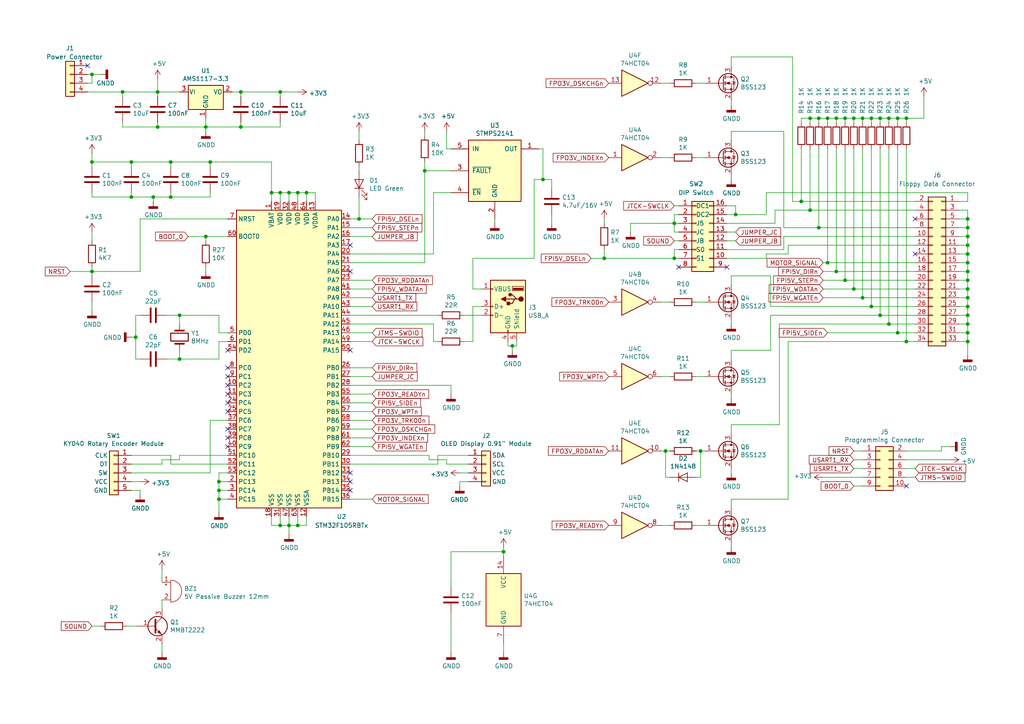
<source format=kicad_sch>
(kicad_sch (version 20211123) (generator eeschema)
  (paper "A4")
  (title_block (title "Gotek Floppy Disk Emulator V2") (date "2020-10-28") (company "Richi"))
  (junction (at 237.49 66.04))
  (junction (at 45.72 26.67))
  (junction (at 280.67 66.04))
  (junction (at 49.53 46.99))
  (junction (at 52.07 91.44))
  (junction (at 81.28 55.88))
  (junction (at 252.73 88.9))
  (junction (at 86.36 152.4))
  (junction (at 242.57 78.74))
  (junction (at 69.85 36.83))
  (junction (at 262.89 99.06))
  (junction (at 247.65 83.82))
  (junction (at 280.67 86.36))
  (junction (at 237.49 34.29))
  (junction (at 26.67 46.99))
  (junction (at 234.95 60.96))
  (junction (at 260.35 96.52))
  (junction (at 60.96 46.99))
  (junction (at 39.37 97.79))
  (junction (at 280.67 83.82))
  (junction (at 193.04 130.81))
  (junction (at 104.14 63.5))
  (junction (at 260.35 34.29))
  (junction (at 280.67 71.12))
  (junction (at 252.73 34.29))
  (junction (at 280.67 99.06))
  (junction (at 203.2 130.81))
  (junction (at 213.36 62.23))
  (junction (at 245.11 34.29))
  (junction (at 81.28 26.67))
  (junction (at 280.67 68.58))
  (junction (at 45.72 36.83))
  (junction (at 38.1 57.15))
  (junction (at 26.67 21.59))
  (junction (at 88.9 55.88))
  (junction (at 250.19 34.29))
  (junction (at 240.03 34.29))
  (junction (at 232.41 58.42))
  (junction (at 262.89 34.29))
  (junction (at 255.27 34.29))
  (junction (at 175.26 74.93))
  (junction (at 195.58 74.93))
  (junction (at 257.81 93.98))
  (junction (at 247.65 34.29))
  (junction (at 81.28 152.4))
  (junction (at 26.67 78.74))
  (junction (at 280.67 88.9))
  (junction (at 242.57 34.29))
  (junction (at 35.56 26.67))
  (junction (at 69.85 26.67))
  (junction (at 280.67 63.5))
  (junction (at 280.67 73.66))
  (junction (at 148.59 100.33))
  (junction (at 234.95 34.29))
  (junction (at 83.82 55.88))
  (junction (at 59.69 68.58))
  (junction (at 86.36 55.88))
  (junction (at 123.19 49.53))
  (junction (at 255.27 91.44))
  (junction (at 280.67 96.52))
  (junction (at 49.53 57.15))
  (junction (at 63.5 144.78))
  (junction (at 280.67 91.44))
  (junction (at 245.11 81.28))
  (junction (at 52.07 104.14))
  (junction (at 195.58 64.77))
  (junction (at 240.03 76.2))
  (junction (at 257.81 34.29))
  (junction (at 83.82 152.4))
  (junction (at 280.67 78.74))
  (junction (at 63.5 139.7))
  (junction (at 280.67 81.28))
  (junction (at 78.74 55.88))
  (junction (at 280.67 76.2))
  (junction (at 44.45 57.15))
  (junction (at 63.5 142.24))
  (junction (at 250.19 86.36))
  (junction (at 59.69 36.83))
  (junction (at 38.1 46.99))
  (junction (at 146.05 160.02))
  (junction (at 280.67 93.98))
  (junction (at 157.48 52.07))
  (no_connect (at 262.89 140.97))
  (no_connect (at 66.04 106.68))
  (no_connect (at 101.6 101.6))
  (no_connect (at 66.04 119.38))
  (no_connect (at 101.6 71.12))
  (no_connect (at 66.04 101.6))
  (no_connect (at 25.4 19.05))
  (no_connect (at 66.04 124.46))
  (no_connect (at 66.04 109.22))
  (no_connect (at 210.82 77.47))
  (no_connect (at 66.04 127))
  (no_connect (at 265.43 63.5))
  (no_connect (at 101.6 139.7))
  (no_connect (at 66.04 129.54))
  (no_connect (at 101.6 137.16))
  (no_connect (at 101.6 78.74))
  (no_connect (at 66.04 116.84))
  (no_connect (at 265.43 73.66))
  (no_connect (at 196.85 77.47))
  (no_connect (at 66.04 114.3))
  (no_connect (at 101.6 142.24))
  (no_connect (at 66.04 111.76))
  (wire (pts (xy 107.95 124.46) (xy 101.6 124.46)))
  (wire (pts (xy 39.37 91.44) (xy 39.37 97.79)))
  (wire (pts (xy 86.36 26.67) (xy 81.28 26.67)))
  (wire (pts (xy 278.13 73.66) (xy 280.67 73.66)))
  (wire (pts (xy 223.52 80.01) (xy 223.52 88.9)))
  (wire (pts (xy 203.2 130.81) (xy 204.47 130.81)))
  (wire (pts (xy 40.64 63.5) (xy 40.64 78.74)))
  (wire (pts (xy 107.95 96.52) (xy 101.6 96.52)))
  (wire (pts (xy 247.65 130.81) (xy 250.19 130.81)))
  (wire (pts (xy 146.05 186.69) (xy 146.05 189.23)))
  (wire (pts (xy 44.45 58.42) (xy 44.45 57.15)))
  (wire (pts (xy 247.65 43.18) (xy 247.65 83.82)))
  (wire (pts (xy 171.45 74.93) (xy 175.26 74.93)))
  (wire (pts (xy 63.5 96.52) (xy 63.5 91.44)))
  (wire (pts (xy 83.82 152.4) (xy 86.36 152.4)))
  (wire (pts (xy 278.13 88.9) (xy 280.67 88.9)))
  (wire (pts (xy 191.77 152.4) (xy 194.31 152.4)))
  (wire (pts (xy 52.07 93.98) (xy 52.07 91.44)))
  (wire (pts (xy 83.82 149.86) (xy 83.82 152.4)))
  (wire (pts (xy 40.64 78.74) (xy 26.67 78.74)))
  (wire (pts (xy 45.72 36.83) (xy 59.69 36.83)))
  (wire (pts (xy 78.74 46.99) (xy 78.74 55.88)))
  (wire (pts (xy 191.77 130.81) (xy 193.04 130.81)))
  (wire (pts (xy 59.69 36.83) (xy 69.85 36.83)))
  (wire (pts (xy 262.89 43.18) (xy 262.89 99.06)))
  (wire (pts (xy 107.95 116.84) (xy 101.6 116.84)))
  (wire (pts (xy 252.73 43.18) (xy 252.73 88.9)))
  (wire (pts (xy 107.95 63.5) (xy 104.14 63.5)))
  (wire (pts (xy 278.13 76.2) (xy 280.67 76.2)))
  (wire (pts (xy 86.36 152.4) (xy 88.9 152.4)))
  (wire (pts (xy 212.09 115.57) (xy 212.09 114.3)))
  (wire (pts (xy 229.87 58.42) (xy 232.41 58.42)))
  (wire (pts (xy 101.6 93.98) (xy 125.73 93.98)))
  (wire (pts (xy 88.9 55.88) (xy 91.44 55.88)))
  (wire (pts (xy 137.16 83.82) (xy 139.7 83.82)))
  (wire (pts (xy 107.95 106.68) (xy 101.6 106.68)))
  (wire (pts (xy 212.09 52.07) (xy 212.09 50.8)))
  (wire (pts (xy 234.95 60.96) (xy 265.43 60.96)))
  (wire (pts (xy 101.6 73.66) (xy 125.73 73.66)))
  (wire (pts (xy 35.56 27.94) (xy 35.56 26.67)))
  (wire (pts (xy 66.04 142.24) (xy 63.5 142.24)))
  (wire (pts (xy 267.97 34.29) (xy 267.97 27.94)))
  (wire (pts (xy 273.05 129.54) (xy 275.59 129.54)))
  (wire (pts (xy 247.65 83.82) (xy 265.43 83.82)))
  (wire (pts (xy 25.4 21.59) (xy 26.67 21.59)))
  (wire (pts (xy 238.76 78.74) (xy 242.57 78.74)))
  (wire (pts (xy 238.76 83.82) (xy 247.65 83.82)))
  (wire (pts (xy 250.19 43.18) (xy 250.19 86.36)))
  (wire (pts (xy 260.35 34.29) (xy 262.89 34.29)))
  (wire (pts (xy 234.95 43.18) (xy 234.95 60.96)))
  (wire (pts (xy 203.2 138.43) (xy 203.2 130.81)))
  (wire (pts (xy 59.69 69.85) (xy 59.69 68.58)))
  (wire (pts (xy 137.16 74.93) (xy 154.94 74.93)))
  (wire (pts (xy 247.65 140.97) (xy 250.19 140.97)))
  (wire (pts (xy 238.76 76.2) (xy 240.03 76.2)))
  (wire (pts (xy 212.09 125.73) (xy 212.09 123.19)))
  (wire (pts (xy 129.54 134.62) (xy 135.89 134.62)))
  (wire (pts (xy 280.67 93.98) (xy 280.67 96.52)))
  (wire (pts (xy 262.89 34.29) (xy 267.97 34.29)))
  (wire (pts (xy 278.13 81.28) (xy 280.67 81.28)))
  (wire (pts (xy 91.44 55.88) (xy 91.44 58.42)))
  (wire (pts (xy 63.5 144.78) (xy 63.5 142.24)))
  (wire (pts (xy 154.94 52.07) (xy 157.48 52.07)))
  (wire (pts (xy 146.05 158.75) (xy 146.05 160.02)))
  (wire (pts (xy 59.69 78.74) (xy 59.69 77.47)))
  (wire (pts (xy 26.67 21.59) (xy 29.21 21.59)))
  (wire (pts (xy 66.04 96.52) (xy 63.5 96.52)))
  (wire (pts (xy 232.41 35.56) (xy 232.41 34.29)))
  (wire (pts (xy 212.09 147.32) (xy 212.09 144.78)))
  (wire (pts (xy 107.95 86.36) (xy 101.6 86.36)))
  (wire (pts (xy 278.13 96.52) (xy 280.67 96.52)))
  (wire (pts (xy 191.77 24.13) (xy 194.31 24.13)))
  (wire (pts (xy 223.52 91.44) (xy 255.27 91.44)))
  (wire (pts (xy 195.58 62.23) (xy 196.85 62.23)))
  (wire (pts (xy 81.28 152.4) (xy 83.82 152.4)))
  (wire (pts (xy 255.27 91.44) (xy 265.43 91.44)))
  (wire (pts (xy 212.09 80.01) (xy 223.52 80.01)))
  (wire (pts (xy 125.73 55.88) (xy 130.81 55.88)))
  (wire (pts (xy 212.09 137.16) (xy 212.09 135.89)))
  (wire (pts (xy 147.32 100.33) (xy 148.59 100.33)))
  (wire (pts (xy 245.11 35.56) (xy 245.11 34.29)))
  (wire (pts (xy 40.64 142.24) (xy 38.1 142.24)))
  (wire (pts (xy 88.9 152.4) (xy 88.9 149.86)))
  (wire (pts (xy 195.58 59.69) (xy 196.85 59.69)))
  (wire (pts (xy 60.96 121.92) (xy 66.04 121.92)))
  (wire (pts (xy 59.69 68.58) (xy 66.04 68.58)))
  (wire (pts (xy 45.72 22.86) (xy 45.72 26.67)))
  (wire (pts (xy 195.58 62.23) (xy 195.58 64.77)))
  (wire (pts (xy 63.5 99.06) (xy 63.5 104.14)))
  (wire (pts (xy 83.82 152.4) (xy 83.82 154.94)))
  (wire (pts (xy 137.16 88.9) (xy 139.7 88.9)))
  (wire (pts (xy 247.65 133.35) (xy 250.19 133.35)))
  (wire (pts (xy 227.33 66.04) (xy 237.49 66.04)))
  (wire (pts (xy 227.33 38.1) (xy 227.33 66.04)))
  (wire (pts (xy 280.67 86.36) (xy 280.67 88.9)))
  (wire (pts (xy 242.57 35.56) (xy 242.57 34.29)))
  (wire (pts (xy 280.67 83.82) (xy 280.67 86.36)))
  (wire (pts (xy 212.09 38.1) (xy 227.33 38.1)))
  (wire (pts (xy 154.94 74.93) (xy 154.94 52.07)))
  (wire (pts (xy 195.58 72.39) (xy 195.58 74.93)))
  (wire (pts (xy 280.67 66.04) (xy 280.67 68.58)))
  (wire (pts (xy 265.43 135.89) (xy 262.89 135.89)))
  (wire (pts (xy 262.89 34.29) (xy 262.89 35.56)))
  (wire (pts (xy 127 134.62) (xy 101.6 134.62)))
  (wire (pts (xy 175.26 74.93) (xy 175.26 72.39)))
  (wire (pts (xy 247.65 35.56) (xy 247.65 34.29)))
  (wire (pts (xy 280.67 63.5) (xy 280.67 66.04)))
  (wire (pts (xy 49.53 46.99) (xy 60.96 46.99)))
  (wire (pts (xy 130.81 114.3) (xy 130.81 111.76)))
  (wire (pts (xy 160.02 52.07) (xy 157.48 52.07)))
  (wire (pts (xy 101.6 132.08) (xy 124.46 132.08)))
  (wire (pts (xy 252.73 34.29) (xy 255.27 34.29)))
  (wire (pts (xy 250.19 35.56) (xy 250.19 34.29)))
  (wire (pts (xy 124.46 132.08) (xy 124.46 133.35)))
  (wire (pts (xy 242.57 78.74) (xy 265.43 78.74)))
  (wire (pts (xy 228.6 144.78) (xy 228.6 99.06)))
  (wire (pts (xy 240.03 96.52) (xy 260.35 96.52)))
  (wire (pts (xy 265.43 76.2) (xy 240.03 76.2)))
  (wire (pts (xy 46.99 165.1) (xy 46.99 168.91)))
  (wire (pts (xy 52.07 104.14) (xy 48.26 104.14)))
  (wire (pts (xy 237.49 43.18) (xy 237.49 66.04)))
  (wire (pts (xy 222.25 55.88) (xy 222.25 62.23)))
  (wire (pts (xy 278.13 66.04) (xy 280.67 66.04)))
  (wire (pts (xy 104.14 38.1) (xy 104.14 40.64)))
  (wire (pts (xy 280.67 73.66) (xy 280.67 76.2)))
  (wire (pts (xy 273.05 130.81) (xy 273.05 129.54)))
  (wire (pts (xy 280.67 99.06) (xy 280.67 102.87)))
  (wire (pts (xy 81.28 36.83) (xy 81.28 35.56)))
  (wire (pts (xy 25.4 26.67) (xy 35.56 26.67)))
  (wire (pts (xy 201.93 138.43) (xy 203.2 138.43)))
  (wire (pts (xy 238.76 81.28) (xy 245.11 81.28)))
  (wire (pts (xy 212.09 19.05) (xy 212.09 16.51)))
  (wire (pts (xy 46.99 133.35) (xy 52.07 133.35)))
  (wire (pts (xy 69.85 35.56) (xy 69.85 36.83)))
  (wire (pts (xy 247.65 34.29) (xy 250.19 34.29)))
  (wire (pts (xy 182.88 64.77) (xy 195.58 64.77)))
  (wire (pts (xy 278.13 78.74) (xy 280.67 78.74)))
  (wire (pts (xy 193.04 130.81) (xy 193.04 138.43)))
  (wire (pts (xy 69.85 26.67) (xy 67.31 26.67)))
  (wire (pts (xy 44.45 57.15) (xy 49.53 57.15)))
  (wire (pts (xy 278.13 63.5) (xy 280.67 63.5)))
  (wire (pts (xy 245.11 81.28) (xy 265.43 81.28)))
  (wire (pts (xy 123.19 49.53) (xy 123.19 76.2)))
  (wire (pts (xy 240.03 34.29) (xy 242.57 34.29)))
  (wire (pts (xy 257.81 35.56) (xy 257.81 34.29)))
  (wire (pts (xy 212.09 16.51) (xy 229.87 16.51)))
  (wire (pts (xy 26.67 181.61) (xy 29.21 181.61)))
  (wire (pts (xy 130.81 160.02) (xy 130.81 170.18)))
  (wire (pts (xy 59.69 38.1) (xy 59.69 36.83)))
  (wire (pts (xy 262.89 133.35) (xy 275.59 133.35)))
  (wire (pts (xy 212.09 93.98) (xy 212.09 92.71)))
  (wire (pts (xy 227.33 68.58) (xy 227.33 72.39)))
  (wire (pts (xy 212.09 82.55) (xy 212.09 80.01)))
  (wire (pts (xy 63.5 142.24) (xy 63.5 139.7)))
  (wire (pts (xy 265.43 138.43) (xy 262.89 138.43)))
  (wire (pts (xy 232.41 58.42) (xy 265.43 58.42)))
  (wire (pts (xy 129.54 38.1) (xy 129.54 43.18)))
  (wire (pts (xy 60.96 57.15) (xy 60.96 55.88)))
  (wire (pts (xy 201.93 87.63) (xy 204.47 87.63)))
  (wire (pts (xy 133.35 139.7) (xy 135.89 139.7)))
  (wire (pts (xy 212.09 158.75) (xy 212.09 157.48)))
  (wire (pts (xy 201.93 152.4) (xy 204.47 152.4)))
  (wire (pts (xy 81.28 58.42) (xy 81.28 55.88)))
  (wire (pts (xy 107.95 109.22) (xy 101.6 109.22)))
  (wire (pts (xy 157.48 43.18) (xy 157.48 52.07)))
  (wire (pts (xy 280.67 58.42) (xy 280.67 55.88)))
  (wire (pts (xy 127 134.62) (xy 127 132.08)))
  (wire (pts (xy 26.67 78.74) (xy 26.67 77.47)))
  (wire (pts (xy 66.04 99.06) (xy 63.5 99.06)))
  (wire (pts (xy 69.85 36.83) (xy 81.28 36.83)))
  (wire (pts (xy 107.95 83.82) (xy 101.6 83.82)))
  (wire (pts (xy 255.27 35.56) (xy 255.27 34.29)))
  (wire (pts (xy 280.67 91.44) (xy 280.67 93.98)))
  (wire (pts (xy 196.85 67.31) (xy 195.58 67.31)))
  (wire (pts (xy 124.46 133.35) (xy 129.54 133.35)))
  (wire (pts (xy 201.93 24.13) (xy 204.47 24.13)))
  (wire (pts (xy 49.53 134.62) (xy 66.04 134.62)))
  (wire (pts (xy 278.13 91.44) (xy 280.67 91.44)))
  (wire (pts (xy 143.51 64.77) (xy 143.51 63.5)))
  (wire (pts (xy 278.13 99.06) (xy 280.67 99.06)))
  (wire (pts (xy 86.36 149.86) (xy 86.36 152.4)))
  (wire (pts (xy 104.14 63.5) (xy 101.6 63.5)))
  (wire (pts (xy 232.41 34.29) (xy 234.95 34.29)))
  (wire (pts (xy 191.77 109.22) (xy 194.31 109.22)))
  (wire (pts (xy 130.81 111.76) (xy 101.6 111.76)))
  (wire (pts (xy 229.87 16.51) (xy 229.87 58.42)))
  (wire (pts (xy 60.96 137.16) (xy 60.96 121.92)))
  (wire (pts (xy 237.49 66.04) (xy 265.43 66.04)))
  (wire (pts (xy 101.6 76.2) (xy 123.19 76.2)))
  (wire (pts (xy 260.35 96.52) (xy 265.43 96.52)))
  (wire (pts (xy 134.62 99.06) (xy 137.16 99.06)))
  (wire (pts (xy 52.07 91.44) (xy 48.26 91.44)))
  (wire (pts (xy 250.19 34.29) (xy 252.73 34.29)))
  (wire (pts (xy 237.49 35.56) (xy 237.49 34.29)))
  (wire (pts (xy 224.79 64.77) (xy 224.79 60.96)))
  (wire (pts (xy 210.82 72.39) (xy 227.33 72.39)))
  (wire (pts (xy 40.64 139.7) (xy 38.1 139.7)))
  (wire (pts (xy 104.14 63.5) (xy 104.14 57.15)))
  (wire (pts (xy 45.72 26.67) (xy 35.56 26.67)))
  (wire (pts (xy 104.14 49.53) (xy 104.14 48.26)))
  (wire (pts (xy 36.83 181.61) (xy 39.37 181.61)))
  (wire (pts (xy 46.99 173.99) (xy 46.99 176.53)))
  (wire (pts (xy 212.09 40.64) (xy 212.09 38.1)))
  (wire (pts (xy 63.5 148.59) (xy 63.5 144.78)))
  (wire (pts (xy 240.03 35.56) (xy 240.03 34.29)))
  (wire (pts (xy 252.73 35.56) (xy 252.73 34.29)))
  (wire (pts (xy 278.13 83.82) (xy 280.67 83.82)))
  (wire (pts (xy 83.82 58.42) (xy 83.82 55.88)))
  (wire (pts (xy 260.35 43.18) (xy 260.35 96.52)))
  (wire (pts (xy 278.13 58.42) (xy 280.67 58.42)))
  (wire (pts (xy 280.67 96.52) (xy 280.67 99.06)))
  (wire (pts (xy 280.67 76.2) (xy 280.67 78.74)))
  (wire (pts (xy 278.13 68.58) (xy 280.67 68.58)))
  (wire (pts (xy 278.13 93.98) (xy 280.67 93.98)))
  (wire (pts (xy 146.05 160.02) (xy 130.81 160.02)))
  (wire (pts (xy 196.85 69.85) (xy 195.58 69.85)))
  (wire (pts (xy 49.53 132.08) (xy 49.53 134.62)))
  (wire (pts (xy 26.67 48.26) (xy 26.67 46.99)))
  (wire (pts (xy 107.95 119.38) (xy 101.6 119.38)))
  (wire (pts (xy 46.99 134.62) (xy 46.99 133.35)))
  (wire (pts (xy 81.28 26.67) (xy 69.85 26.67)))
  (wire (pts (xy 232.41 43.18) (xy 232.41 58.42)))
  (wire (pts (xy 280.67 88.9) (xy 280.67 91.44)))
  (wire (pts (xy 46.99 189.23) (xy 46.99 186.69)))
  (wire (pts (xy 228.6 99.06) (xy 262.89 99.06)))
  (wire (pts (xy 245.11 34.29) (xy 247.65 34.29)))
  (wire (pts (xy 38.1 97.79) (xy 39.37 97.79)))
  (wire (pts (xy 234.95 35.56) (xy 234.95 34.29)))
  (wire (pts (xy 280.67 71.12) (xy 280.67 73.66)))
  (wire (pts (xy 125.73 73.66) (xy 125.73 55.88)))
  (wire (pts (xy 38.1 137.16) (xy 60.96 137.16)))
  (wire (pts (xy 212.09 123.19) (xy 226.06 123.19)))
  (wire (pts (xy 107.95 129.54) (xy 101.6 129.54)))
  (wire (pts (xy 280.67 60.96) (xy 280.67 63.5)))
  (wire (pts (xy 147.32 99.06) (xy 147.32 100.33)))
  (wire (pts (xy 38.1 48.26) (xy 38.1 46.99)))
  (wire (pts (xy 60.96 48.26) (xy 60.96 46.99)))
  (wire (pts (xy 238.76 86.36) (xy 250.19 86.36)))
  (wire (pts (xy 278.13 86.36) (xy 280.67 86.36)))
  (wire (pts (xy 66.04 63.5) (xy 40.64 63.5)))
  (wire (pts (xy 38.1 55.88) (xy 38.1 57.15)))
  (wire (pts (xy 193.04 130.81) (xy 194.31 130.81)))
  (wire (pts (xy 182.88 67.31) (xy 182.88 64.77)))
  (wire (pts (xy 107.95 81.28) (xy 101.6 81.28)))
  (wire (pts (xy 280.67 81.28) (xy 280.67 83.82)))
  (wire (pts (xy 237.49 34.29) (xy 240.03 34.29)))
  (wire (pts (xy 123.19 49.53) (xy 130.81 49.53)))
  (wire (pts (xy 280.67 55.88) (xy 222.25 55.88)))
  (wire (pts (xy 107.95 88.9) (xy 101.6 88.9)))
  (wire (pts (xy 45.72 35.56) (xy 45.72 36.83)))
  (wire (pts (xy 195.58 72.39) (xy 196.85 72.39)))
  (wire (pts (xy 60.96 46.99) (xy 78.74 46.99)))
  (wire (pts (xy 222.25 73.66) (xy 228.6 73.66)))
  (wire (pts (xy 129.54 133.35) (xy 129.54 134.62)))
  (wire (pts (xy 195.58 67.31) (xy 195.58 64.77)))
  (wire (pts (xy 210.82 74.93) (xy 222.25 74.93)))
  (wire (pts (xy 226.06 93.98) (xy 257.81 93.98)))
  (wire (pts (xy 265.43 68.58) (xy 227.33 68.58)))
  (wire (pts (xy 52.07 133.35) (xy 52.07 132.08)))
  (wire (pts (xy 133.35 137.16) (xy 135.89 137.16)))
  (wire (pts (xy 201.93 130.81) (xy 203.2 130.81)))
  (wire (pts (xy 63.5 139.7) (xy 63.5 137.16)))
  (wire (pts (xy 212.09 101.6) (xy 223.52 101.6)))
  (wire (pts (xy 40.64 91.44) (xy 39.37 91.44)))
  (wire (pts (xy 26.67 24.13) (xy 26.67 21.59)))
  (wire (pts (xy 86.36 58.42) (xy 86.36 55.88)))
  (wire (pts (xy 125.73 99.06) (xy 127 99.06)))
  (wire (pts (xy 38.1 46.99) (xy 49.53 46.99)))
  (wire (pts (xy 191.77 45.72) (xy 194.31 45.72)))
  (wire (pts (xy 26.67 90.17) (xy 26.67 87.63)))
  (wire (pts (xy 39.37 97.79) (xy 39.37 104.14)))
  (wire (pts (xy 280.67 78.74) (xy 280.67 81.28)))
  (wire (pts (xy 223.52 88.9) (xy 252.73 88.9)))
  (wire (pts (xy 226.06 123.19) (xy 226.06 93.98)))
  (wire (pts (xy 278.13 60.96) (xy 280.67 60.96)))
  (wire (pts (xy 201.93 109.22) (xy 204.47 109.22)))
  (wire (pts (xy 26.67 44.45) (xy 26.67 46.99)))
  (wire (pts (xy 148.59 100.33) (xy 148.59 101.6)))
  (wire (pts (xy 278.13 71.12) (xy 280.67 71.12)))
  (wire (pts (xy 238.76 138.43) (xy 250.19 138.43)))
  (wire (pts (xy 81.28 27.94) (xy 81.28 26.67)))
  (wire (pts (xy 222.25 62.23) (xy 213.36 62.23)))
  (wire (pts (xy 210.82 59.69) (xy 213.36 59.69)))
  (wire (pts (xy 125.73 93.98) (xy 125.73 99.06)))
  (wire (pts (xy 78.74 55.88) (xy 81.28 55.88)))
  (wire (pts (xy 212.09 30.48) (xy 212.09 29.21)))
  (wire (pts (xy 107.95 127) (xy 101.6 127)))
  (wire (pts (xy 26.67 69.85) (xy 26.67 67.31)))
  (wire (pts (xy 250.19 86.36) (xy 265.43 86.36)))
  (wire (pts (xy 45.72 26.67) (xy 45.72 27.94)))
  (wire (pts (xy 148.59 100.33) (xy 149.86 100.33)))
  (wire (pts (xy 78.74 58.42) (xy 78.74 55.88)))
  (wire (pts (xy 137.16 74.93) (xy 137.16 83.82)))
  (wire (pts (xy 81.28 149.86) (xy 81.28 152.4)))
  (wire (pts (xy 49.53 55.88) (xy 49.53 57.15)))
  (wire (pts (xy 83.82 55.88) (xy 86.36 55.88)))
  (wire (pts (xy 252.73 88.9) (xy 265.43 88.9)))
  (wire (pts (xy 234.95 34.29) (xy 237.49 34.29)))
  (wire (pts (xy 52.07 26.67) (xy 45.72 26.67)))
  (wire (pts (xy 257.81 43.18) (xy 257.81 93.98)))
  (wire (pts (xy 262.89 99.06) (xy 265.43 99.06)))
  (wire (pts (xy 240.03 43.18) (xy 240.03 76.2)))
  (wire (pts (xy 81.28 55.88) (xy 83.82 55.88)))
  (wire (pts (xy 78.74 152.4) (xy 81.28 152.4)))
  (wire (pts (xy 88.9 58.42) (xy 88.9 55.88)))
  (wire (pts (xy 175.26 74.93) (xy 195.58 74.93)))
  (wire (pts (xy 107.95 121.92) (xy 101.6 121.92)))
  (wire (pts (xy 38.1 57.15) (xy 44.45 57.15)))
  (wire (pts (xy 66.04 139.7) (xy 63.5 139.7)))
  (wire (pts (xy 63.5 91.44) (xy 52.07 91.44)))
  (wire (pts (xy 78.74 149.86) (xy 78.74 152.4)))
  (wire (pts (xy 123.19 49.53) (xy 123.19 46.99)))
  (wire (pts (xy 193.04 138.43) (xy 194.31 138.43)))
  (wire (pts (xy 201.93 45.72) (xy 204.47 45.72)))
  (wire (pts (xy 130.81 177.8) (xy 130.81 189.23)))
  (wire (pts (xy 52.07 101.6) (xy 52.07 104.14)))
  (wire (pts (xy 242.57 43.18) (xy 242.57 78.74)))
  (wire (pts (xy 257.81 34.29) (xy 260.35 34.29)))
  (wire (pts (xy 101.6 91.44) (xy 127 91.44)))
  (wire (pts (xy 49.53 57.15) (xy 60.96 57.15)))
  (wire (pts (xy 210.82 62.23) (xy 213.36 62.23)))
  (wire (pts (xy 137.16 99.06) (xy 137.16 88.9)))
  (wire (pts (xy 107.95 68.58) (xy 101.6 68.58)))
  (wire (pts (xy 228.6 73.66) (xy 228.6 71.12)))
  (wire (pts (xy 213.36 59.69) (xy 213.36 62.23)))
  (wire (pts (xy 210.82 67.31) (xy 213.36 67.31)))
  (wire (pts (xy 63.5 137.16) (xy 66.04 137.16)))
  (wire (pts (xy 223.52 101.6) (xy 223.52 91.44)))
  (wire (pts (xy 134.62 91.44) (xy 139.7 91.44)))
  (wire (pts (xy 25.4 24.13) (xy 26.67 24.13)))
  (wire (pts (xy 66.04 144.78) (xy 63.5 144.78)))
  (wire (pts (xy 247.65 135.89) (xy 250.19 135.89)))
  (wire (pts (xy 38.1 132.08) (xy 49.53 132.08)))
  (wire (pts (xy 255.27 34.29) (xy 257.81 34.29)))
  (wire (pts (xy 212.09 144.78) (xy 228.6 144.78)))
  (wire (pts (xy 245.11 43.18) (xy 245.11 81.28)))
  (wire (pts (xy 149.86 100.33) (xy 149.86 99.06)))
  (wire (pts (xy 127 132.08) (xy 135.89 132.08)))
  (wire (pts (xy 133.35 140.97) (xy 133.35 139.7)))
  (wire (pts (xy 160.02 62.23) (xy 160.02 64.77)))
  (wire (pts (xy 35.56 35.56) (xy 35.56 36.83)))
  (wire (pts (xy 228.6 71.12) (xy 265.43 71.12)))
  (wire (pts (xy 146.05 160.02) (xy 146.05 161.29)))
  (wire (pts (xy 175.26 64.77) (xy 175.26 63.5)))
  (wire (pts (xy 210.82 69.85) (xy 213.36 69.85)))
  (wire (pts (xy 123.19 39.37) (xy 123.19 38.1)))
  (wire (pts (xy 86.36 55.88) (xy 88.9 55.88)))
  (wire (pts (xy 107.95 99.06) (xy 101.6 99.06)))
  (wire (pts (xy 262.89 130.81) (xy 273.05 130.81)))
  (wire (pts (xy 26.67 80.01) (xy 26.67 78.74)))
  (wire (pts (xy 35.56 36.83) (xy 45.72 36.83)))
  (wire (pts (xy 222.25 74.93) (xy 222.25 73.66)))
  (wire (pts (xy 69.85 27.94) (xy 69.85 26.67)))
  (wire (pts (xy 59.69 36.83) (xy 59.69 34.29)))
  (wire (pts (xy 196.85 74.93) (xy 195.58 74.93)))
  (wire (pts (xy 107.95 114.3) (xy 101.6 114.3)))
  (wire (pts (xy 196.85 64.77) (xy 195.58 64.77)))
  (wire (pts (xy 54.61 68.58) (xy 59.69 68.58)))
  (wire (pts (xy 39.37 104.14) (xy 40.64 104.14)))
  (wire (pts (xy 242.57 34.29) (xy 245.11 34.29)))
  (wire (pts (xy 26.67 55.88) (xy 26.67 57.15)))
  (wire (pts (xy 52.07 132.08) (xy 66.04 132.08)))
  (wire (pts (xy 260.35 35.56) (xy 260.35 34.29)))
  (wire (pts (xy 49.53 48.26) (xy 49.53 46.99)))
  (wire (pts (xy 212.09 104.14) (xy 212.09 101.6)))
  (wire (pts (xy 63.5 104.14) (xy 52.07 104.14)))
  (wire (pts (xy 210.82 64.77) (xy 224.79 64.77)))
  (wire (pts (xy 191.77 87.63) (xy 194.31 87.63)))
  (wire (pts (xy 26.67 57.15) (xy 38.1 57.15)))
  (wire (pts (xy 129.54 43.18) (xy 130.81 43.18)))
  (wire (pts (xy 224.79 60.96) (xy 234.95 60.96)))
  (wire (pts (xy 20.32 78.74) (xy 26.67 78.74)))
  (wire (pts (xy 107.95 144.78) (xy 101.6 144.78)))
  (wire (pts (xy 255.27 43.18) (xy 255.27 91.44)))
  (wire (pts (xy 107.95 66.04) (xy 101.6 66.04)))
  (wire (pts (xy 280.67 68.58) (xy 280.67 71.12)))
  (wire (pts (xy 40.64 143.51) (xy 40.64 142.24)))
  (wire (pts (xy 26.67 46.99) (xy 38.1 46.99)))
  (wire (pts (xy 38.1 134.62) (xy 46.99 134.62)))
  (wire (pts (xy 257.81 93.98) (xy 265.43 93.98)))
  (wire (pts (xy 156.21 43.18) (xy 157.48 43.18)))
  (wire (pts (xy 160.02 54.61) (xy 160.02 52.07)))
  (global_label "SOUND" (shape input) (at 26.67 181.61 180) (property "Intersheet References" "${INTERSHEET_REFS}" (effects hide)))
  (global_label "FPI5V_WDATAn" (shape input) (at 238.76 83.82 180) (property "Intersheet References" "${INTERSHEET_REFS}" (effects hide)))
  (global_label "FPO3V_READYn" (shape input) (at 107.95 114.3 0) (property "Intersheet References" "${INTERSHEET_REFS}" (effects hide)))
  (global_label "JUMPER_JC" (shape input) (at 107.95 109.22 0) (property "Intersheet References" "${INTERSHEET_REFS}" (effects hide)))
  (global_label "FPI5V_WGATEn" (shape input) (at 238.76 86.36 180) (property "Intersheet References" "${INTERSHEET_REFS}" (effects hide)))
  (global_label "FPI5V_WGATEn" (shape input) (at 107.95 129.54 0) (property "Intersheet References" "${INTERSHEET_REFS}" (effects hide)))
  (global_label "FPI5V_STEPn" (shape input) (at 107.95 66.04 0) (property "Intersheet References" "${INTERSHEET_REFS}" (effects hide)))
  (global_label "USART1_RX" (shape input) (at 107.95 88.9 0) (property "Intersheet References" "${INTERSHEET_REFS}" (effects hide)))
  (global_label "USART1_RX" (shape input) (at 247.65 133.35 180) (property "Intersheet References" "${INTERSHEET_REFS}" (effects hide)))
  (global_label "FPI5V_SIDEn" (shape input) (at 107.95 116.84 0) (property "Intersheet References" "${INTERSHEET_REFS}" (effects hide)))
  (global_label "FPO3V_INDEXn" (shape input) (at 107.95 127 0) (property "Intersheet References" "${INTERSHEET_REFS}" (effects hide)))
  (global_label "USART1_TX" (shape input) (at 107.95 86.36 0) (property "Intersheet References" "${INTERSHEET_REFS}" (effects hide)))
  (global_label "FPO3V_WPTn" (shape input) (at 176.53 109.22 180) (property "Intersheet References" "${INTERSHEET_REFS}" (effects hide)))
  (global_label "JTMS-SWDIO" (shape input) (at 107.95 96.52 0) (property "Intersheet References" "${INTERSHEET_REFS}" (effects hide)))
  (global_label "JTMS-SWDIO" (shape input) (at 265.43 138.43 0) (property "Intersheet References" "${INTERSHEET_REFS}" (effects hide)))
  (global_label "JUMPER_JB" (shape input) (at 107.95 68.58 0) (property "Intersheet References" "${INTERSHEET_REFS}" (effects hide)))
  (global_label "FPO3V_RDDATAn" (shape input) (at 176.53 130.81 180) (property "Intersheet References" "${INTERSHEET_REFS}" (effects hide)))
  (global_label "JTCK-SWCLK" (shape input) (at 107.95 99.06 0) (property "Intersheet References" "${INTERSHEET_REFS}" (effects hide)))
  (global_label "USART1_TX" (shape input) (at 247.65 135.89 180) (property "Intersheet References" "${INTERSHEET_REFS}" (effects hide)))
  (global_label "FPI5V_SIDEn" (shape input) (at 240.03 96.52 180) (property "Intersheet References" "${INTERSHEET_REFS}" (effects hide)))
  (global_label "MOTOR_SIGNAL" (shape input) (at 107.95 144.78 0) (property "Intersheet References" "${INTERSHEET_REFS}" (effects hide)))
  (global_label "FPO3V_READYn" (shape input) (at 176.53 152.4 180) (property "Intersheet References" "${INTERSHEET_REFS}" (effects hide)))
  (global_label "FPI5V_DIRn" (shape input) (at 107.95 106.68 0) (property "Intersheet References" "${INTERSHEET_REFS}" (effects hide)))
  (global_label "JUMPER_JC" (shape input) (at 213.36 67.31 0) (property "Intersheet References" "${INTERSHEET_REFS}" (effects hide)))
  (global_label "NRST" (shape input) (at 247.65 130.81 180) (property "Intersheet References" "${INTERSHEET_REFS}" (effects hide)))
  (global_label "JTCK-SWCLK" (shape input) (at 265.43 135.89 0) (property "Intersheet References" "${INTERSHEET_REFS}" (effects hide)))
  (global_label "FPO3V_TRK00n" (shape input) (at 176.53 87.63 180) (property "Intersheet References" "${INTERSHEET_REFS}" (effects hide)))
  (global_label "NRST" (shape input) (at 20.32 78.74 180) (property "Intersheet References" "${INTERSHEET_REFS}" (effects hide)))
  (global_label "FPI5V_WDATAn" (shape input) (at 107.95 83.82 0) (property "Intersheet References" "${INTERSHEET_REFS}" (effects hide)))
  (global_label "FPI5V_DSELn" (shape input) (at 171.45 74.93 180) (property "Intersheet References" "${INTERSHEET_REFS}" (effects hide)))
  (global_label "BOOT_0" (shape input) (at 247.65 140.97 180) (property "Intersheet References" "${INTERSHEET_REFS}" (effects hide)))
  (global_label "FPO3V_RDDATAn" (shape input) (at 107.95 81.28 0) (property "Intersheet References" "${INTERSHEET_REFS}" (effects hide)))
  (global_label "FPI5V_STEPn" (shape input) (at 238.76 81.28 180) (property "Intersheet References" "${INTERSHEET_REFS}" (effects hide)))
  (global_label "JTCK-SWCLK" (shape input) (at 195.58 59.69 180) (property "Intersheet References" "${INTERSHEET_REFS}" (effects hide)))
  (global_label "MOTOR_SIGNAL" (shape input) (at 238.76 76.2 180) (property "Intersheet References" "${INTERSHEET_REFS}" (effects hide)))
  (global_label "FPO3V_DSKCHGn" (shape input) (at 107.95 124.46 0) (property "Intersheet References" "${INTERSHEET_REFS}" (effects hide)))
  (global_label "SOUND" (shape input) (at 195.58 69.85 180) (property "Intersheet References" "${INTERSHEET_REFS}" (effects hide)))
  (global_label "FPO3V_TRK00n" (shape input) (at 107.95 121.92 0) (property "Intersheet References" "${INTERSHEET_REFS}" (effects hide)))
  (global_label "BOOT_0" (shape input) (at 54.61 68.58 180) (property "Intersheet References" "${INTERSHEET_REFS}" (effects hide)))
  (global_label "FPO3V_DSKCHGn" (shape input) (at 176.53 24.13 180) (property "Intersheet References" "${INTERSHEET_REFS}" (effects hide)))
  (global_label "FPI5V_DIRn" (shape input) (at 238.76 78.74 180) (property "Intersheet References" "${INTERSHEET_REFS}" (effects hide)))
  (global_label "FPI5V_DSELn" (shape input) (at 107.95 63.5 0) (property "Intersheet References" "${INTERSHEET_REFS}" (effects hide)))
  (global_label "JUMPER_JB" (shape input) (at 213.36 69.85 0) (property "Intersheet References" "${INTERSHEET_REFS}" (effects hide)))
  (global_label "FPO3V_WPTn" (shape input) (at 107.95 119.38 0) (property "Intersheet References" "${INTERSHEET_REFS}" (effects hide)))
  (global_label "FPO3V_INDEXn" (shape input) (at 176.53 45.72 180) (property "Intersheet References" "${INTERSHEET_REFS}" (effects hide)))
  (symbol (lib_id "Gotek_Floppy_Disk_Emulator_V2:GNDD") (at 212.09 52.07 0) (unit 1)
    (property "Reference" "#PWR031" (effects hide))
    (property "Value" "GNDD" (at 212.1916 56.007 0))
  )
  (symbol (lib_id "Gotek_Floppy_Disk_Emulator_V2:GNDD") (at 212.09 137.16 0) (unit 1)
    (property "Reference" "#PWR034" (effects hide))
    (property "Value" "GNDD" (at 212.1916 141.097 0))
  )
  (symbol (lib_id "Gotek_Floppy_Disk_Emulator_V2:GNDD") (at 212.09 115.57 0) (unit 1)
    (property "Reference" "#PWR033" (effects hide))
    (property "Value" "GNDD" (at 212.1916 119.507 0))
  )
  (symbol (lib_id "Gotek_Floppy_Disk_Emulator_V2:GNDD") (at 212.09 93.98 0) (unit 1)
    (property "Reference" "#PWR032" (effects hide))
    (property "Value" "GNDD" (at 212.1916 97.917 0))
  )
  (symbol (lib_id "Gotek_Floppy_Disk_Emulator_V2:STM32F105RBTx") (at 83.82 104.14 0) (unit 1)
    (property "Reference" "U2" (at 99.06 149.86 0))
    (property "Value" "STM32F105RBTx" (at 99.06 152.4 0))
    (property "Footprint" "Gotek_Floppy_Disk_Emulator_V2:LQFP-64_10x10mm_P0.5mm" (effects hide))
    (property "Datasheet" "http://www.st.com/st-web-ui/static/active/en/resource/technical/document/datasheet/CD00220364.pdf" (effects hide))
  )
  (symbol (lib_id "Gotek_Floppy_Disk_Emulator_V2:STMPS2141") (at 143.51 48.26 0) (unit 1)
    (property "Reference" "U3" (at 143.51 36.3982 0))
    (property "Value" "STMPS2141" (at 143.51 38.7096 0))
    (property "Footprint" "Gotek_Floppy_Disk_Emulator_V2:SOT-23-5" (effects hide))
  )
  (symbol (lib_id "Gotek_Floppy_Disk_Emulator_V2:Conn_02x17_Odd_Even") (at 273.05 78.74 0) (mirror y) (unit 1)
    (property "Reference" "J6" (at 271.78 50.8 0))
    (property "Value" "Floppy Data Connector" (at 271.78 53.34 0))
    (property "Footprint" "Gotek_Floppy_Disk_Emulator_V2:PinHeader_2x17_P2.54mm_Horizontal" (effects hide))
  )
  (symbol (lib_id "Gotek_Floppy_Disk_Emulator_V2:Conn_01x04") (at 20.32 21.59 0) (mirror y) (unit 1)
    (property "Reference" "J1" (at 20.32 13.97 0))
    (property "Value" "Power Connector" (at 21.59 16.51 0))
    (property "Footprint" "Gotek_Floppy_Disk_Emulator_V2:PinHeader_1x04_P2.54mm_Horizontal" (effects hide))
  )
  (symbol (lib_id "Gotek_Floppy_Disk_Emulator_V2:AMS1117-3.3") (at 59.69 26.67 0) (unit 1)
    (property "Reference" "U1" (at 59.69 20.5232 0))
    (property "Value" "AMS1117-3.3" (at 59.69 22.8346 0))
    (property "Footprint" "Gotek_Floppy_Disk_Emulator_V2:SOT-223-3_TabPin2" (effects hide))
    (property "Datasheet" "http://www.advanced-monolithic.com/pdf/ds1117.pdf" (effects hide))
  )
  (symbol (lib_id "Gotek_Floppy_Disk_Emulator_V2:C") (at 35.56 31.75 0) (unit 1)
    (property "Reference" "C3" (at 38.481 30.5816 0) (effects (justify left)))
    (property "Value" "10uF" (at 38.481 32.893 0) (effects (justify left)))
    (property "Footprint" "Gotek_Floppy_Disk_Emulator_V2:C_1206_3216Metric" (effects hide))
  )
  (symbol (lib_id "Gotek_Floppy_Disk_Emulator_V2:C") (at 45.72 31.75 0) (unit 1)
    (property "Reference" "C7" (at 48.641 30.5816 0) (effects (justify left)))
    (property "Value" "100nF" (at 48.641 32.893 0) (effects (justify left)))
    (property "Footprint" "Gotek_Floppy_Disk_Emulator_V2:C_1206_3216Metric" (effects hide))
  )
  (symbol (lib_id "Gotek_Floppy_Disk_Emulator_V2:C") (at 69.85 31.75 0) (unit 1)
    (property "Reference" "C10" (at 72.771 30.5816 0) (effects (justify left)))
    (property "Value" "100nF" (at 72.771 32.893 0) (effects (justify left)))
    (property "Footprint" "Gotek_Floppy_Disk_Emulator_V2:C_1206_3216Metric" (effects hide))
  )
  (symbol (lib_id "Gotek_Floppy_Disk_Emulator_V2:C") (at 81.28 31.75 0) (unit 1)
    (property "Reference" "C11" (at 84.201 30.5816 0) (effects (justify left)))
    (property "Value" "10uF" (at 84.201 32.893 0) (effects (justify left)))
    (property "Footprint" "Gotek_Floppy_Disk_Emulator_V2:C_1206_3216Metric" (effects hide))
  )
  (symbol (lib_id "Gotek_Floppy_Disk_Emulator_V2:GNDD") (at 29.21 21.59 90) (unit 1)
    (property "Reference" "#PWR04" (effects hide))
    (property "Value" "GNDD" (at 27.94 24.13 90) (effects (justify right)))
  )
  (symbol (lib_id "Gotek_Floppy_Disk_Emulator_V2:+5V") (at 45.72 22.86 0) (unit 1)
    (property "Reference" "#PWR09" (effects hide))
    (property "Value" "+5V" (at 46.101 18.4658 0))
  )
  (symbol (lib_id "Gotek_Floppy_Disk_Emulator_V2:+3V3") (at 86.36 26.67 270) (unit 1)
    (property "Reference" "#PWR015" (effects hide))
    (property "Value" "+3V3" (at 89.6112 27.051 90) (effects (justify left)))
  )
  (symbol (lib_id "Gotek_Floppy_Disk_Emulator_V2:GNDD") (at 59.69 38.1 0) (unit 1)
    (property "Reference" "#PWR012" (effects hide))
    (property "Value" "GNDD" (at 59.7916 42.037 0))
  )
  (symbol (lib_id "Gotek_Floppy_Disk_Emulator_V2:C") (at 26.67 52.07 0) (unit 1)
    (property "Reference" "C1" (at 29.591 50.9016 0) (effects (justify left)))
    (property "Value" "100nF" (at 29.591 53.213 0) (effects (justify left)))
    (property "Footprint" "Gotek_Floppy_Disk_Emulator_V2:C_1206_3216Metric" (effects hide))
  )
  (symbol (lib_id "Gotek_Floppy_Disk_Emulator_V2:C") (at 38.1 52.07 0) (unit 1)
    (property "Reference" "C4" (at 41.021 50.9016 0) (effects (justify left)))
    (property "Value" "100nF" (at 41.021 53.213 0) (effects (justify left)))
    (property "Footprint" "Gotek_Floppy_Disk_Emulator_V2:C_1206_3216Metric" (effects hide))
  )
  (symbol (lib_id "Gotek_Floppy_Disk_Emulator_V2:C") (at 49.53 52.07 0) (unit 1)
    (property "Reference" "C8" (at 52.451 50.9016 0) (effects (justify left)))
    (property "Value" "100nF" (at 52.451 53.213 0) (effects (justify left)))
    (property "Footprint" "Gotek_Floppy_Disk_Emulator_V2:C_1206_3216Metric" (effects hide))
  )
  (symbol (lib_id "Gotek_Floppy_Disk_Emulator_V2:C") (at 60.96 52.07 0) (unit 1)
    (property "Reference" "C9" (at 63.881 50.9016 0) (effects (justify left)))
    (property "Value" "100nF" (at 63.881 53.213 0) (effects (justify left)))
    (property "Footprint" "Gotek_Floppy_Disk_Emulator_V2:C_1206_3216Metric" (effects hide))
  )
  (symbol (lib_id "Gotek_Floppy_Disk_Emulator_V2:GNDD") (at 44.45 58.42 0) (unit 1)
    (property "Reference" "#PWR08" (effects hide))
    (property "Value" "GNDD" (at 44.5516 62.357 0))
  )
  (symbol (lib_id "Gotek_Floppy_Disk_Emulator_V2:+3V3") (at 26.67 44.45 0) (unit 1)
    (property "Reference" "#PWR01" (effects hide))
    (property "Value" "+3V3" (at 27.051 40.0558 0))
  )
  (symbol (lib_id "Gotek_Floppy_Disk_Emulator_V2:+3V3") (at 26.67 67.31 0) (unit 1)
    (property "Reference" "#PWR02" (effects hide))
    (property "Value" "+3V3" (at 27.051 62.9158 0))
  )
  (symbol (lib_id "Gotek_Floppy_Disk_Emulator_V2:GNDD") (at 143.51 64.77 0) (unit 1)
    (property "Reference" "#PWR023" (effects hide))
    (property "Value" "GNDD" (at 143.6116 68.707 0))
  )
  (symbol (lib_id "Gotek_Floppy_Disk_Emulator_V2:R") (at 26.67 73.66 0) (unit 1)
    (property "Reference" "R1" (at 28.448 72.4916 0) (effects (justify left)))
    (property "Value" "4K7" (at 28.448 74.803 0) (effects (justify left)))
    (property "Footprint" "Gotek_Floppy_Disk_Emulator_V2:R_1206_3216Metric" (effects hide))
  )
  (symbol (lib_id "Gotek_Floppy_Disk_Emulator_V2:C") (at 26.67 83.82 0) (unit 1)
    (property "Reference" "C2" (at 29.591 82.6516 0) (effects (justify left)))
    (property "Value" "100nF" (at 29.591 84.963 0) (effects (justify left)))
    (property "Footprint" "Gotek_Floppy_Disk_Emulator_V2:C_1206_3216Metric" (effects hide))
  )
  (symbol (lib_id "Gotek_Floppy_Disk_Emulator_V2:GNDD") (at 26.67 90.17 0) (unit 1)
    (property "Reference" "#PWR03" (effects hide))
    (property "Value" "GNDD" (at 26.7716 94.107 0))
  )
  (symbol (lib_id "Gotek_Floppy_Disk_Emulator_V2:Crystal") (at 52.07 97.79 270) (unit 1)
    (property "Reference" "Y1" (at 55.3974 96.6216 90) (effects (justify left)))
    (property "Value" "8MHz" (at 55.3974 98.933 90) (effects (justify left)))
    (property "Footprint" "Crystal:Crystal_SMD_5032-2Pin_5.0x3.2mm" (effects hide))
  )
  (symbol (lib_id "Gotek_Floppy_Disk_Emulator_V2:C") (at 44.45 91.44 270) (unit 1)
    (property "Reference" "C5" (at 44.45 85.0392 90))
    (property "Value" "22pF" (at 44.45 87.3506 90))
    (property "Footprint" "Capacitor_SMD:C_0402_1005Metric" (effects hide))
  )
  (symbol (lib_id "Gotek_Floppy_Disk_Emulator_V2:C") (at 44.45 104.14 270) (unit 1)
    (property "Reference" "C6" (at 44.45 97.7392 90))
    (property "Value" "22pF" (at 44.45 100.0506 90))
    (property "Footprint" "Capacitor_SMD:C_0402_1005Metric" (effects hide))
  )
  (symbol (lib_id "Gotek_Floppy_Disk_Emulator_V2:GNDD") (at 38.1 97.79 270) (unit 1)
    (property "Reference" "#PWR05" (effects hide))
    (property "Value" "GNDD" (at 35.306 97.8916 90) (effects (justify right)))
  )
  (symbol (lib_id "Gotek_Floppy_Disk_Emulator_V2:DIP_Switch") (at 203.2 67.31 0) (unit 1)
    (property "Reference" "SW2" (at 201.93 53.34 0))
    (property "Value" "DIP Switch" (at 201.93 55.88 0))
    (property "Footprint" "Gotek_Floppy_Disk_Emulator_V2:SW_DIP_SPSTx08_Slide_6.7x21.88mm_W8.61mm_P2.54mm_LowProfile" (effects hide))
  )
  (symbol (lib_id "Gotek_Floppy_Disk_Emulator_V2:GNDD") (at 280.67 102.87 0) (unit 1)
    (property "Reference" "#PWR040" (effects hide))
    (property "Value" "GNDD" (at 280.7716 106.807 0))
  )
  (symbol (lib_id "Gotek_Floppy_Disk_Emulator_V2:GNDD") (at 83.82 154.94 0) (unit 1)
    (property "Reference" "#PWR014" (effects hide))
    (property "Value" "GNDD" (at 83.9216 158.877 0))
  )
  (symbol (lib_id "Gotek_Floppy_Disk_Emulator_V2:LED") (at 104.14 53.34 90) (unit 1)
    (property "Reference" "D1" (at 107.1118 52.3494 90) (effects (justify right)))
    (property "Value" "LED Green" (at 107.1118 54.6608 90) (effects (justify right)))
    (property "Footprint" "Gotek_Floppy_Disk_Emulator_V2:LED_D3.0mm" (effects hide))
  )
  (symbol (lib_id "Gotek_Floppy_Disk_Emulator_V2:R") (at 104.14 44.45 180) (unit 1)
    (property "Reference" "R3" (at 105.918 43.2816 0) (effects (justify right)))
    (property "Value" "1K" (at 105.918 45.593 0) (effects (justify right)))
    (property "Footprint" "Gotek_Floppy_Disk_Emulator_V2:R_1206_3216Metric" (effects hide))
  )
  (symbol (lib_id "Gotek_Floppy_Disk_Emulator_V2:+3V3") (at 104.14 38.1 0) (unit 1)
    (property "Reference" "#PWR016" (effects hide))
    (property "Value" "+3V3" (at 104.521 33.7058 0))
  )
  (symbol (lib_id "Gotek_Floppy_Disk_Emulator_V2:KY040_Rotary_Encoder_Module") (at 33.02 137.16 0) (mirror y) (unit 1)
    (property "Reference" "SW1" (at 32.9692 126.365 0))
    (property "Value" "KY040 Rotary Encoder Module" (at 32.9692 128.6764 0))
    (property "Footprint" "Gotek_Floppy_Disk_Emulator_V2:PinHeader_1x05_P2.54mm_Vertical" (effects hide))
  )
  (symbol (lib_id "Gotek_Floppy_Disk_Emulator_V2:R") (at 123.19 43.18 180) (unit 1)
    (property "Reference" "R4" (at 124.968 42.0116 0) (effects (justify right)))
    (property "Value" "10K" (at 124.968 44.323 0) (effects (justify right)))
    (property "Footprint" "Gotek_Floppy_Disk_Emulator_V2:R_1206_3216Metric" (effects hide))
  )
  (symbol (lib_id "Gotek_Floppy_Disk_Emulator_V2:USB_A") (at 147.32 88.9 0) (mirror y) (unit 1)
    (property "Reference" "J3" (at 153.162 89.1794 0) (effects (justify right)))
    (property "Value" "USB_A" (at 153.162 91.4908 0) (effects (justify right)))
    (property "Footprint" "Gotek_Floppy_Disk_Emulator_V2:USB_A_Stewart_SS-52100-001_Horizontal" (effects hide))
    (property "Datasheet" " ~" (effects hide))
  )
  (symbol (lib_id "Gotek_Floppy_Disk_Emulator_V2:GNDD") (at 182.88 67.31 0) (unit 1)
    (property "Reference" "#PWR029" (effects hide))
    (property "Value" "GNDD" (at 182.9816 71.247 0))
  )
  (symbol (lib_id "Gotek_Floppy_Disk_Emulator_V2:R") (at 130.81 91.44 90) (unit 1)
    (property "Reference" "R5" (at 130.81 86.1822 90))
    (property "Value" "22R" (at 130.81 88.4936 90))
    (property "Footprint" "Gotek_Floppy_Disk_Emulator_V2:R_1206_3216Metric" (effects hide))
  )
  (symbol (lib_id "Gotek_Floppy_Disk_Emulator_V2:R") (at 130.81 99.06 90) (unit 1)
    (property "Reference" "R6" (at 130.81 93.8022 90))
    (property "Value" "22R" (at 130.81 96.1136 90))
    (property "Footprint" "Gotek_Floppy_Disk_Emulator_V2:R_1206_3216Metric" (effects hide))
  )
  (symbol (lib_id "Gotek_Floppy_Disk_Emulator_V2:R") (at 175.26 68.58 180) (unit 1)
    (property "Reference" "R7" (at 177.038 67.4116 0) (effects (justify right)))
    (property "Value" "1K" (at 177.038 69.723 0) (effects (justify right)))
    (property "Footprint" "Gotek_Floppy_Disk_Emulator_V2:R_1206_3216Metric" (effects hide))
  )
  (symbol (lib_id "Gotek_Floppy_Disk_Emulator_V2:+5V") (at 175.26 63.5 0) (unit 1)
    (property "Reference" "#PWR028" (effects hide))
    (property "Value" "+5V" (at 175.641 59.1058 0))
  )
  (symbol (lib_id "Gotek_Floppy_Disk_Emulator_V2:+5V") (at 129.54 38.1 0) (unit 1)
    (property "Reference" "#PWR018" (effects hide))
    (property "Value" "+5V" (at 129.921 33.7058 0))
  )
  (symbol (lib_id "Gotek_Floppy_Disk_Emulator_V2:GNDD") (at 148.59 101.6 0) (unit 1)
    (property "Reference" "#PWR026" (effects hide))
    (property "Value" "GNDD" (at 148.6916 105.537 0))
  )
  (symbol (lib_id "Gotek_Floppy_Disk_Emulator_V2:+5V") (at 267.97 27.94 0) (unit 1)
    (property "Reference" "#PWR037" (effects hide))
    (property "Value" "+5V" (at 268.351 23.5458 0))
  )
  (symbol (lib_id "Gotek_Floppy_Disk_Emulator_V2:+3V3") (at 40.64 139.7 270) (unit 1)
    (property "Reference" "#PWR06" (effects hide))
    (property "Value" "+3V3" (at 43.8912 140.081 90) (effects (justify left)))
  )
  (symbol (lib_id "Gotek_Floppy_Disk_Emulator_V2:GNDD") (at 40.64 143.51 0) (unit 1)
    (property "Reference" "#PWR07" (effects hide))
    (property "Value" "GNDD" (at 40.7416 147.447 0))
  )
  (symbol (lib_id "Gotek_Floppy_Disk_Emulator_V2:OLED_Display_0.91{dblquote}_Module") (at 140.97 134.62 0) (unit 1)
    (property "Reference" "J2" (at 141.0208 126.365 0))
    (property "Value" "OLED Display 0.91\" Module" (at 141.0208 128.6764 0))
    (property "Footprint" "Gotek_Floppy_Disk_Emulator_V2:OLED_Display_0.91_Module" (effects hide))
  )
  (symbol (lib_id "Gotek_Floppy_Disk_Emulator_V2:R") (at 262.89 39.37 180) (unit 1)
    (property "Reference" "R26" (at 262.89 33.02 90) (effects (justify right)))
    (property "Value" "1K" (at 262.89 27.94 90) (effects (justify right)))
    (property "Footprint" "Gotek_Floppy_Disk_Emulator_V2:R_1206_3216Metric" (effects hide))
  )
  (symbol (lib_id "Gotek_Floppy_Disk_Emulator_V2:R") (at 260.35 39.37 180) (unit 1)
    (property "Reference" "R25" (at 260.35 33.02 90) (effects (justify right)))
    (property "Value" "1K" (at 260.35 27.94 90) (effects (justify right)))
    (property "Footprint" "Gotek_Floppy_Disk_Emulator_V2:R_1206_3216Metric" (effects hide))
  )
  (symbol (lib_id "Gotek_Floppy_Disk_Emulator_V2:R") (at 257.81 39.37 180) (unit 1)
    (property "Reference" "R24" (at 257.81 33.02 90) (effects (justify right)))
    (property "Value" "1K" (at 257.81 27.94 90) (effects (justify right)))
    (property "Footprint" "Gotek_Floppy_Disk_Emulator_V2:R_1206_3216Metric" (effects hide))
  )
  (symbol (lib_id "Gotek_Floppy_Disk_Emulator_V2:R") (at 255.27 39.37 180) (unit 1)
    (property "Reference" "R23" (at 255.27 33.02 90) (effects (justify right)))
    (property "Value" "1K" (at 255.27 27.94 90) (effects (justify right)))
    (property "Footprint" "Gotek_Floppy_Disk_Emulator_V2:R_1206_3216Metric" (effects hide))
  )
  (symbol (lib_id "Gotek_Floppy_Disk_Emulator_V2:R") (at 252.73 39.37 180) (unit 1)
    (property "Reference" "R22" (at 252.73 33.02 90) (effects (justify right)))
    (property "Value" "1K" (at 252.73 27.94 90) (effects (justify right)))
    (property "Footprint" "Gotek_Floppy_Disk_Emulator_V2:R_1206_3216Metric" (effects hide))
  )
  (symbol (lib_id "Gotek_Floppy_Disk_Emulator_V2:R") (at 250.19 39.37 180) (unit 1)
    (property "Reference" "R21" (at 250.19 33.02 90) (effects (justify right)))
    (property "Value" "1K" (at 250.19 27.94 90) (effects (justify right)))
    (property "Footprint" "Gotek_Floppy_Disk_Emulator_V2:R_1206_3216Metric" (effects hide))
  )
  (symbol (lib_id "Gotek_Floppy_Disk_Emulator_V2:R") (at 247.65 39.37 180) (unit 1)
    (property "Reference" "R20" (at 247.65 33.02 90) (effects (justify right)))
    (property "Value" "1K" (at 247.65 27.94 90) (effects (justify right)))
    (property "Footprint" "Gotek_Floppy_Disk_Emulator_V2:R_1206_3216Metric" (effects hide))
  )
  (symbol (lib_id "Gotek_Floppy_Disk_Emulator_V2:R") (at 245.11 39.37 180) (unit 1)
    (property "Reference" "R19" (at 245.11 33.02 90) (effects (justify right)))
    (property "Value" "1K" (at 245.11 27.94 90) (effects (justify right)))
    (property "Footprint" "Gotek_Floppy_Disk_Emulator_V2:R_1206_3216Metric" (effects hide))
  )
  (symbol (lib_id "Gotek_Floppy_Disk_Emulator_V2:R") (at 242.57 39.37 180) (unit 1)
    (property "Reference" "R18" (at 242.57 33.02 90) (effects (justify right)))
    (property "Value" "1K" (at 242.57 27.94 90) (effects (justify right)))
    (property "Footprint" "Gotek_Floppy_Disk_Emulator_V2:R_1206_3216Metric" (effects hide))
  )
  (symbol (lib_id "Gotek_Floppy_Disk_Emulator_V2:R") (at 237.49 39.37 180) (unit 1)
    (property "Reference" "R16" (at 237.49 33.02 90) (effects (justify right)))
    (property "Value" "1K" (at 237.49 27.94 90) (effects (justify right)))
    (property "Footprint" "Gotek_Floppy_Disk_Emulator_V2:R_1206_3216Metric" (effects hide))
  )
  (symbol (lib_id "Gotek_Floppy_Disk_Emulator_V2:R") (at 234.95 39.37 180) (unit 1)
    (property "Reference" "R15" (at 234.95 33.02 90) (effects (justify right)))
    (property "Value" "1K" (at 234.95 27.94 90) (effects (justify right)))
    (property "Footprint" "Gotek_Floppy_Disk_Emulator_V2:R_1206_3216Metric" (effects hide))
  )
  (symbol (lib_id "Gotek_Floppy_Disk_Emulator_V2:R") (at 232.41 39.37 180) (unit 1)
    (property "Reference" "R14" (at 232.41 33.02 90) (effects (justify right)))
    (property "Value" "1K" (at 232.41 27.94 90) (effects (justify right)))
    (property "Footprint" "Gotek_Floppy_Disk_Emulator_V2:R_1206_3216Metric" (effects hide))
  )
  (symbol (lib_id "Gotek_Floppy_Disk_Emulator_V2:+3V3") (at 123.19 38.1 0) (unit 1)
    (property "Reference" "#PWR017" (effects hide))
    (property "Value" "+3V3" (at 123.571 33.7058 0))
  )
  (symbol (lib_id "Gotek_Floppy_Disk_Emulator_V2:74HCT04") (at 184.15 45.72 0) (unit 1)
    (property "Reference" "U4" (at 184.15 37.6682 0))
    (property "Value" "74HCT04" (at 184.15 39.9796 0))
    (property "Footprint" "Gotek_Floppy_Disk_Emulator_V2:SOIC-14_3.9x8.7mm_P1.27mm" (effects hide))
    (property "Datasheet" "https://assets.nexperia.com/documents/data-sheet/74HC_HCT04.pdf" (effects hide))
  )
  (symbol (lib_id "Gotek_Floppy_Disk_Emulator_V2:74HCT04") (at 184.15 87.63 0) (unit 2)
    (property "Reference" "U4" (at 184.15 79.5782 0))
    (property "Value" "74HCT04" (at 184.15 81.8896 0))
    (property "Footprint" "Gotek_Floppy_Disk_Emulator_V2:SOIC-14_3.9x8.7mm_P1.27mm" (effects hide))
    (property "Datasheet" "https://assets.nexperia.com/documents/data-sheet/74HC_HCT04.pdf" (effects hide))
  )
  (symbol (lib_id "Gotek_Floppy_Disk_Emulator_V2:74HCT04") (at 184.15 109.22 0) (unit 3)
    (property "Reference" "U4" (at 184.15 101.1682 0))
    (property "Value" "74HCT04" (at 184.15 103.4796 0))
    (property "Footprint" "Gotek_Floppy_Disk_Emulator_V2:SOIC-14_3.9x8.7mm_P1.27mm" (effects hide))
    (property "Datasheet" "https://assets.nexperia.com/documents/data-sheet/74HC_HCT04.pdf" (effects hide))
  )
  (symbol (lib_id "Gotek_Floppy_Disk_Emulator_V2:74HCT04") (at 184.15 152.4 0) (unit 4)
    (property "Reference" "U4" (at 184.15 144.3482 0))
    (property "Value" "74HCT04" (at 184.15 146.6596 0))
    (property "Footprint" "Gotek_Floppy_Disk_Emulator_V2:SOIC-14_3.9x8.7mm_P1.27mm" (effects hide))
    (property "Datasheet" "https://assets.nexperia.com/documents/data-sheet/74HC_HCT04.pdf" (effects hide))
  )
  (symbol (lib_id "Gotek_Floppy_Disk_Emulator_V2:74HCT04") (at 184.15 130.81 0) (unit 5)
    (property "Reference" "U4" (at 184.15 122.7582 0))
    (property "Value" "74HCT04" (at 184.15 125.0696 0))
    (property "Footprint" "Gotek_Floppy_Disk_Emulator_V2:SOIC-14_3.9x8.7mm_P1.27mm" (effects hide))
    (property "Datasheet" "https://assets.nexperia.com/documents/data-sheet/74HC_HCT04.pdf" (effects hide))
  )
  (symbol (lib_id "Gotek_Floppy_Disk_Emulator_V2:74HCT04") (at 184.15 24.13 0) (unit 6)
    (property "Reference" "U4" (at 184.15 16.0782 0))
    (property "Value" "74HCT04" (at 184.15 18.3896 0))
    (property "Footprint" "Gotek_Floppy_Disk_Emulator_V2:SOIC-14_3.9x8.7mm_P1.27mm" (effects hide))
    (property "Datasheet" "https://assets.nexperia.com/documents/data-sheet/74HC_HCT04.pdf" (effects hide))
  )
  (symbol (lib_id "Gotek_Floppy_Disk_Emulator_V2:74HCT04") (at 146.05 173.99 0) (unit 7)
    (property "Reference" "U4" (at 151.892 172.8216 0) (effects (justify left)))
    (property "Value" "74HCT04" (at 151.892 175.133 0) (effects (justify left)))
    (property "Footprint" "Gotek_Floppy_Disk_Emulator_V2:SOIC-14_3.9x8.7mm_P1.27mm" (effects hide))
    (property "Datasheet" "https://assets.nexperia.com/documents/data-sheet/74HC_HCT04.pdf" (effects hide))
  )
  (symbol (lib_id "Gotek_Floppy_Disk_Emulator_V2:BSS123") (at 209.55 24.13 0) (unit 1)
    (property "Reference" "Q2" (at 214.7316 22.9616 0) (effects (justify left)))
    (property "Value" "BSS123" (at 214.7316 25.273 0) (effects (justify left)))
    (property "Footprint" "Gotek_Floppy_Disk_Emulator_V2:SOT-23" (effects hide))
    (property "Datasheet" "http://www.diodes.com/assets/Datasheets/ds30366.pdf" (effects hide))
  )
  (symbol (lib_id "Gotek_Floppy_Disk_Emulator_V2:BSS123") (at 209.55 45.72 0) (unit 1)
    (property "Reference" "Q3" (at 214.7316 44.5516 0) (effects (justify left)))
    (property "Value" "BSS123" (at 214.7316 46.863 0) (effects (justify left)))
    (property "Footprint" "Gotek_Floppy_Disk_Emulator_V2:SOT-23" (effects hide))
    (property "Datasheet" "http://www.diodes.com/assets/Datasheets/ds30366.pdf" (effects hide))
  )
  (symbol (lib_id "Gotek_Floppy_Disk_Emulator_V2:BSS123") (at 209.55 87.63 0) (unit 1)
    (property "Reference" "Q4" (at 214.7316 86.4616 0) (effects (justify left)))
    (property "Value" "BSS123" (at 214.7316 88.773 0) (effects (justify left)))
    (property "Footprint" "Gotek_Floppy_Disk_Emulator_V2:SOT-23" (effects hide))
    (property "Datasheet" "http://www.diodes.com/assets/Datasheets/ds30366.pdf" (effects hide))
  )
  (symbol (lib_id "Gotek_Floppy_Disk_Emulator_V2:BSS123") (at 209.55 109.22 0) (unit 1)
    (property "Reference" "Q5" (at 214.7316 108.0516 0) (effects (justify left)))
    (property "Value" "BSS123" (at 214.7316 110.363 0) (effects (justify left)))
    (property "Footprint" "Gotek_Floppy_Disk_Emulator_V2:SOT-23" (effects hide))
    (property "Datasheet" "http://www.diodes.com/assets/Datasheets/ds30366.pdf" (effects hide))
  )
  (symbol (lib_id "Gotek_Floppy_Disk_Emulator_V2:BSS123") (at 209.55 130.81 0) (unit 1)
    (property "Reference" "Q6" (at 214.7316 129.6416 0) (effects (justify left)))
    (property "Value" "BSS123" (at 214.7316 131.953 0) (effects (justify left)))
    (property "Footprint" "Gotek_Floppy_Disk_Emulator_V2:SOT-23" (effects hide))
    (property "Datasheet" "http://www.diodes.com/assets/Datasheets/ds30366.pdf" (effects hide))
  )
  (symbol (lib_id "Gotek_Floppy_Disk_Emulator_V2:BSS123") (at 209.55 152.4 0) (unit 1)
    (property "Reference" "Q7" (at 214.7316 151.2316 0) (effects (justify left)))
    (property "Value" "BSS123" (at 214.7316 153.543 0) (effects (justify left)))
    (property "Footprint" "Gotek_Floppy_Disk_Emulator_V2:SOT-23" (effects hide))
    (property "Datasheet" "http://www.diodes.com/assets/Datasheets/ds30366.pdf" (effects hide))
  )
  (symbol (lib_id "Gotek_Floppy_Disk_Emulator_V2:R") (at 198.12 24.13 90) (unit 1)
    (property "Reference" "R8" (at 198.12 18.8722 90))
    (property "Value" "1K" (at 198.12 21.1836 90))
    (property "Footprint" "Gotek_Floppy_Disk_Emulator_V2:R_1206_3216Metric" (effects hide))
  )
  (symbol (lib_id "Gotek_Floppy_Disk_Emulator_V2:R") (at 198.12 45.72 90) (unit 1)
    (property "Reference" "R9" (at 198.12 40.4622 90))
    (property "Value" "1K" (at 198.12 42.7736 90))
    (property "Footprint" "Gotek_Floppy_Disk_Emulator_V2:R_1206_3216Metric" (effects hide))
  )
  (symbol (lib_id "Gotek_Floppy_Disk_Emulator_V2:R") (at 198.12 87.63 90) (unit 1)
    (property "Reference" "R10" (at 198.12 82.3722 90))
    (property "Value" "1K" (at 198.12 84.6836 90))
    (property "Footprint" "Gotek_Floppy_Disk_Emulator_V2:R_1206_3216Metric" (effects hide))
  )
  (symbol (lib_id "Gotek_Floppy_Disk_Emulator_V2:R") (at 198.12 109.22 90) (unit 1)
    (property "Reference" "R11" (at 198.12 103.9622 90))
    (property "Value" "1K" (at 198.12 106.2736 90))
    (property "Footprint" "Gotek_Floppy_Disk_Emulator_V2:R_1206_3216Metric" (effects hide))
  )
  (symbol (lib_id "Gotek_Floppy_Disk_Emulator_V2:R") (at 198.12 130.81 90) (unit 1)
    (property "Reference" "R12" (at 198.12 125.5522 90))
    (property "Value" "1K" (at 198.12 127.8636 90))
    (property "Footprint" "Gotek_Floppy_Disk_Emulator_V2:R_1206_3216Metric" (effects hide))
  )
  (symbol (lib_id "Gotek_Floppy_Disk_Emulator_V2:R") (at 198.12 152.4 90) (unit 1)
    (property "Reference" "R13" (at 198.12 147.1422 90))
    (property "Value" "1K" (at 198.12 149.4536 90))
    (property "Footprint" "Gotek_Floppy_Disk_Emulator_V2:R_1206_3216Metric" (effects hide))
  )
  (symbol (lib_id "Gotek_Floppy_Disk_Emulator_V2:D") (at 198.12 138.43 0) (unit 1)
    (property "Reference" "D2" (at 198.12 132.9436 0))
    (property "Value" "1N4148" (at 198.12 135.255 0))
    (property "Footprint" "Diode_SMD:D_SOD-123" (effects hide))
  )
  (symbol (lib_id "Gotek_Floppy_Disk_Emulator_V2:+3V3") (at 133.35 137.16 90) (mirror x) (unit 1)
    (property "Reference" "#PWR021" (effects hide))
    (property "Value" "+3V3" (at 130.0988 137.541 90) (effects (justify left)))
  )
  (symbol (lib_id "Gotek_Floppy_Disk_Emulator_V2:GNDD") (at 133.35 140.97 0) (mirror y) (unit 1)
    (property "Reference" "#PWR022" (effects hide))
    (property "Value" "GNDD" (at 133.2484 144.907 0))
  )
  (symbol (lib_id "Gotek_Floppy_Disk_Emulator_V2:GNDD") (at 212.09 30.48 0) (unit 1)
    (property "Reference" "#PWR030" (effects hide))
    (property "Value" "GNDD" (at 212.1916 34.417 0))
  )
  (symbol (lib_id "Gotek_Floppy_Disk_Emulator_V2:GNDD") (at 212.09 158.75 0) (unit 1)
    (property "Reference" "#PWR035" (effects hide))
    (property "Value" "GNDD" (at 212.1916 162.687 0))
  )
  (symbol (lib_id "Gotek_Floppy_Disk_Emulator_V2:Conn_02x05_Odd_Even") (at 255.27 135.89 0) (unit 1)
    (property "Reference" "J5" (at 256.54 125.2982 0))
    (property "Value" "Programming Connector" (at 256.54 127.6096 0))
    (property "Footprint" "Gotek_Floppy_Disk_Emulator_V2:PinHeader_2x05_P2.54mm_Vertical" (effects hide))
  )
  (symbol (lib_id "Gotek_Floppy_Disk_Emulator_V2:GNDD") (at 160.02 64.77 0) (unit 1)
    (property "Reference" "#PWR027" (effects hide))
    (property "Value" "GNDD" (at 160.1216 68.707 0))
  )
  (symbol (lib_id "Device:C") (at 160.02 58.42 0) (unit 1)
    (property "Reference" "C13" (at 163.0172 57.2516 0) (effects (justify left)))
    (property "Value" "4.7uF/16V" (at 163.0172 59.563 0) (effects (justify left)))
    (property "Footprint" "Capacitor_SMD:C_1206_3216Metric" (effects hide))
  )
  (symbol (lib_id "Gotek_Floppy_Disk_Emulator_V2:+3V3") (at 238.76 138.43 90) (unit 1)
    (property "Reference" "#PWR036" (effects hide))
    (property "Value" "+3V3" (at 235.5088 138.049 90) (effects (justify left)))
  )
  (symbol (lib_id "Gotek_Floppy_Disk_Emulator_V2:+5V") (at 275.59 133.35 270) (unit 1)
    (property "Reference" "#PWR039" (effects hide))
    (property "Value" "+5V" (at 278.8412 133.731 90) (effects (justify left)))
  )
  (symbol (lib_id "Gotek_Floppy_Disk_Emulator_V2:GNDD") (at 275.59 129.54 90) (unit 1)
    (property "Reference" "#PWR038" (effects hide))
    (property "Value" "GNDD" (at 279.527 129.4384 0))
  )
  (symbol (lib_id "Gotek_Floppy_Disk_Emulator_V2:+5V") (at 146.05 158.75 0) (unit 1)
    (property "Reference" "#PWR024" (effects hide))
    (property "Value" "+5V" (at 146.431 154.3558 0))
  )
  (symbol (lib_id "Gotek_Floppy_Disk_Emulator_V2:GNDD") (at 146.05 189.23 0) (unit 1)
    (property "Reference" "#PWR025" (effects hide))
    (property "Value" "GNDD" (at 146.1516 193.167 0))
  )
  (symbol (lib_id "Gotek_Floppy_Disk_Emulator_V2:C") (at 130.81 173.99 0) (unit 1)
    (property "Reference" "C12" (at 133.731 172.8216 0) (effects (justify left)))
    (property "Value" "100nF" (at 133.731 175.133 0) (effects (justify left)))
    (property "Footprint" "Gotek_Floppy_Disk_Emulator_V2:C_1206_3216Metric" (effects hide))
  )
  (symbol (lib_id "Gotek_Floppy_Disk_Emulator_V2:GNDD") (at 130.81 189.23 0) (unit 1)
    (property "Reference" "#PWR020" (effects hide))
    (property "Value" "GNDD" (at 130.9116 193.167 0))
  )
  (symbol (lib_id "Gotek_Floppy_Disk_Emulator_V2:Q_NPN_BEC") (at 44.45 181.61 0) (unit 1)
    (property "Reference" "Q1" (at 49.3014 180.4416 0) (effects (justify left)))
    (property "Value" "MMBT2222" (at 49.3014 182.753 0) (effects (justify left)))
    (property "Footprint" "Gotek_Floppy_Disk_Emulator_V2:SOT-23" (effects hide))
  )
  (symbol (lib_id "Gotek_Floppy_Disk_Emulator_V2:R") (at 33.02 181.61 90) (unit 1)
    (property "Reference" "R2" (at 33.02 176.3522 90))
    (property "Value" "1K" (at 33.02 178.6636 90))
    (property "Footprint" "Gotek_Floppy_Disk_Emulator_V2:R_1206_3216Metric" (effects hide))
  )
  (symbol (lib_id "Gotek_Floppy_Disk_Emulator_V2:GNDD") (at 46.99 189.23 0) (unit 1)
    (property "Reference" "#PWR011" (effects hide))
    (property "Value" "GNDD" (at 47.0916 193.167 0))
  )
  (symbol (lib_id "Gotek_Floppy_Disk_Emulator_V2:+5V") (at 46.99 165.1 0) (unit 1)
    (property "Reference" "#PWR010" (effects hide))
    (property "Value" "+5V" (at 47.371 160.7058 0))
  )
  (symbol (lib_id "Gotek_Floppy_Disk_Emulator_V2:Buzzer") (at 49.53 171.45 0) (unit 1)
    (property "Reference" "BZ1" (at 53.3908 170.7134 0) (effects (justify left)))
    (property "Value" "5V Passive Buzzer 12mm" (at 53.3908 173.0248 0) (effects (justify left)))
    (property "Footprint" "Gotek_Floppy_Disk_Emulator_V2:Buzzer_12x9.5RM6.5" (effects hide))
  )
  (symbol (lib_id "Gotek_Floppy_Disk_Emulator_V2:GNDD") (at 130.81 114.3 0) (unit 1)
    (property "Reference" "#PWR019" (effects hide))
    (property "Value" "GNDD" (at 130.9116 118.237 0))
  )
  (symbol (lib_id "Gotek_Floppy_Disk_Emulator_V2:GNDD") (at 63.5 148.59 0) (unit 1)
    (property "Reference" "#PWR013" (effects hide))
    (property "Value" "GNDD" (at 63.6016 152.527 0))
  )
  (symbol (lib_id "Gotek_Floppy_Disk_Emulator_V2:R") (at 240.03 39.37 180) (unit 1)
    (property "Reference" "R17" (at 240.03 33.02 90) (effects (justify right)))
    (property "Value" "1K" (at 240.03 27.94 90) (effects (justify right)))
    (property "Footprint" "Gotek_Floppy_Disk_Emulator_V2:R_1206_3216Metric" (effects hide))
  )
  (symbol (lib_id "Gotek_Floppy_Disk_Emulator_V2:R") (at 59.69 73.66 0) (unit 1)
    (property "Reference" "R27" (at 61.468 72.4916 0) (effects (justify left)))
    (property "Value" "10K" (at 61.468 74.803 0) (effects (justify left)))
    (property "Footprint" "Gotek_Floppy_Disk_Emulator_V2:R_1206_3216Metric" (effects hide))
  )
  (symbol (lib_id "Gotek_Floppy_Disk_Emulator_V2:GNDD") (at 59.69 78.74 0) (unit 1)
    (property "Reference" "#PWR0101" (effects hide))
    (property "Value" "GNDD" (at 59.7916 82.677 0))
  )
)
</source>
